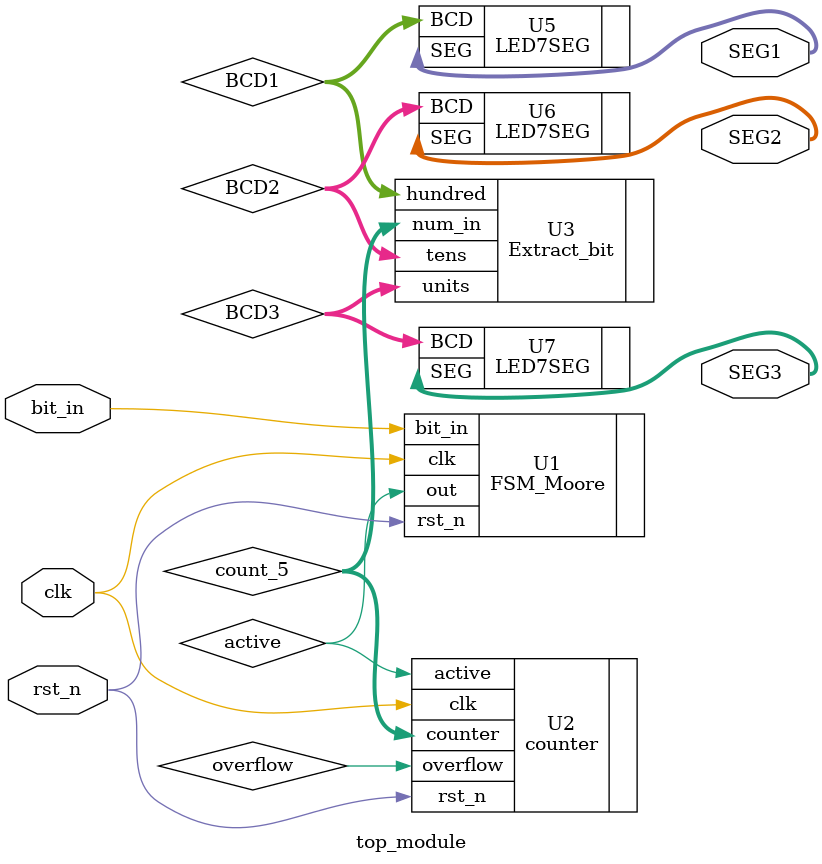
<source format=v>
module top_module(bit_in, clk, rst_n, SEG1, SEG2, SEG3);
input bit_in, clk, rst_n;

//output SEG1, SEG2, SEG3
//output overflow;
output wire [6:0] SEG1;
output wire [6:0] SEG2;
output wire [6:0] SEG3;

wire [3:0] BCD1;
wire [3:0] BCD2;
wire [3:0] BCD3;

wire active;

wire [7:0] count_5;
wire overflow;

//(num_in, hundred, tens, units);
//(BCD, SEG);
FSM_Moore U1 (.bit_in(bit_in), .clk(clk), .rst_n(rst_n), .out(active));
counter U2 (.clk(clk), .rst_n(rst_n), .active(active), .counter(count_5), .overflow(overflow));
Extract_bit U3 (.num_in(count_5), .hundred(BCD1), .tens(BCD2), .units(BCD3));
LED7SEG U5 (.BCD(BCD1), .SEG(SEG1));
LED7SEG U6 (.BCD(BCD2), .SEG(SEG2));
LED7SEG U7 (.BCD(BCD3), .SEG(SEG3));

endmodule
</source>
